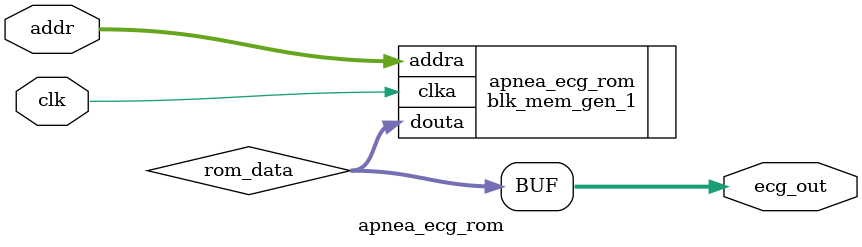
<source format=v>
module apnea_ecg_rom(
    input clk,
    input [12:0] addr,
    output signed [15:0] ecg_out
);

wire [15:0] rom_data;

blk_mem_gen_1 apnea_ecg_rom (
    .clka(clk),
    .addra(addr),
    .douta(rom_data)
);

// Convert to signed
assign ecg_out = rom_data;

endmodule

</source>
